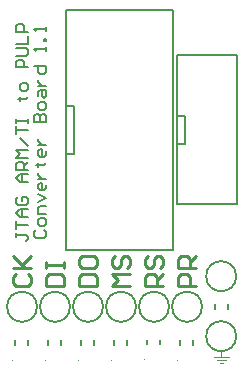
<source format=gto>
G04 Layer_Color=65535*
%FSLAX25Y25*%
%MOIN*%
G70*
G01*
G75*
%ADD11C,0.00787*%
%ADD13C,0.00591*%
%ADD22C,0.00394*%
%ADD23C,0.01000*%
D11*
X188031Y121000D02*
G03*
X188031Y121000I-5000J0D01*
G01*
X177032D02*
G03*
X177032Y121000I-5000J0D01*
G01*
X166032D02*
G03*
X166032Y121000I-5000J0D01*
G01*
X155032D02*
G03*
X155032Y121000I-5000J0D01*
G01*
X144032D02*
G03*
X144032Y121000I-5000J0D01*
G01*
X133031D02*
G03*
X133031Y121000I-5000J0D01*
G01*
X199421Y131181D02*
G03*
X199421Y131181I-5000J0D01*
G01*
Y111181D02*
G03*
X199421Y111181I-5000J0D01*
G01*
X178367Y139999D02*
Y219999D01*
X142541Y139999D02*
X178367D01*
X142541D02*
Y219999D01*
X178367D01*
X142541Y188000D02*
X145453D01*
Y172000D02*
Y188000D01*
X142541Y172000D02*
X145453D01*
X174197Y108472D02*
Y110047D01*
X169866Y108472D02*
Y110047D01*
X185197Y108213D02*
Y109787D01*
X180866Y108213D02*
Y109787D01*
X152197Y108213D02*
Y109787D01*
X147866Y108213D02*
Y109787D01*
X163197Y108213D02*
Y109787D01*
X158866Y108213D02*
Y109787D01*
X130197Y108213D02*
Y109787D01*
X125866Y108213D02*
Y109787D01*
X141197Y108213D02*
Y109787D01*
X136866Y108213D02*
Y109787D01*
X196587Y120394D02*
Y121968D01*
X192256Y120394D02*
Y121968D01*
X179600Y175392D02*
X182341D01*
Y184648D01*
X179593D02*
X182341D01*
X179598Y155118D02*
X199665D01*
X179591Y155120D02*
Y204921D01*
X179587Y204921D02*
X199665D01*
Y155118D02*
Y204921D01*
D13*
X125948Y145680D02*
Y144368D01*
Y145024D01*
X129227D01*
X129883Y144368D01*
Y143712D01*
X129227Y143056D01*
X125948Y146992D02*
Y149616D01*
Y148304D01*
X129883D01*
Y150928D02*
X127260D01*
X125948Y152240D01*
X127260Y153551D01*
X129883D01*
X127916D01*
Y150928D01*
X126604Y157487D02*
X125948Y156831D01*
Y155519D01*
X126604Y154864D01*
X129227D01*
X129883Y155519D01*
Y156831D01*
X129227Y157487D01*
X127916D01*
Y156175D01*
X129883Y162735D02*
X127260D01*
X125948Y164047D01*
X127260Y165359D01*
X129883D01*
X127916D01*
Y162735D01*
X129883Y166671D02*
X125948D01*
Y168639D01*
X126604Y169295D01*
X127916D01*
X128571Y168639D01*
Y166671D01*
Y167983D02*
X129883Y169295D01*
Y170606D02*
X125948D01*
X127260Y171918D01*
X125948Y173230D01*
X129883D01*
Y174542D02*
X127260Y177166D01*
X125948Y178478D02*
Y181102D01*
Y179790D01*
X129883D01*
X125948Y182414D02*
Y183726D01*
Y183070D01*
X129883D01*
Y182414D01*
Y183726D01*
X126604Y190285D02*
X127260D01*
Y189629D01*
Y190941D01*
Y190285D01*
X129227D01*
X129883Y190941D01*
Y193565D02*
Y194877D01*
X129227Y195533D01*
X127916D01*
X127260Y194877D01*
Y193565D01*
X127916Y192909D01*
X129227D01*
X129883Y193565D01*
Y200780D02*
X125948D01*
Y202748D01*
X126604Y203404D01*
X127916D01*
X128571Y202748D01*
Y200780D01*
X125948Y204716D02*
X129227D01*
X129883Y205372D01*
Y206684D01*
X129227Y207340D01*
X125948D01*
Y208652D02*
X129883D01*
Y211276D01*
Y212588D02*
X125948D01*
Y214556D01*
X126604Y215212D01*
X127916D01*
X128571Y214556D01*
Y212588D01*
X132744Y146664D02*
X132088Y146008D01*
Y144696D01*
X132744Y144040D01*
X135368D01*
X136024Y144696D01*
Y146008D01*
X135368Y146664D01*
X136024Y148632D02*
Y149944D01*
X135368Y150600D01*
X134056D01*
X133400Y149944D01*
Y148632D01*
X134056Y147976D01*
X135368D01*
X136024Y148632D01*
Y151912D02*
X133400D01*
Y153879D01*
X134056Y154535D01*
X136024D01*
X133400Y155847D02*
X136024Y157159D01*
X133400Y158471D01*
X136024Y161751D02*
Y160439D01*
X135368Y159783D01*
X134056D01*
X133400Y160439D01*
Y161751D01*
X134056Y162407D01*
X134712D01*
Y159783D01*
X133400Y163719D02*
X136024D01*
X134712D01*
X134056Y164375D01*
X133400Y165031D01*
Y165687D01*
X132744Y168311D02*
X133400D01*
Y167655D01*
Y168966D01*
Y168311D01*
X135368D01*
X136024Y168966D01*
Y172902D02*
Y171590D01*
X135368Y170934D01*
X134056D01*
X133400Y171590D01*
Y172902D01*
X134056Y173558D01*
X134712D01*
Y170934D01*
X133400Y174870D02*
X136024D01*
X134712D01*
X134056Y175526D01*
X133400Y176182D01*
Y176838D01*
X132088Y182742D02*
X136024D01*
Y184710D01*
X135368Y185365D01*
X134712D01*
X134056Y184710D01*
Y182742D01*
Y184710D01*
X133400Y185365D01*
X132744D01*
X132088Y184710D01*
Y182742D01*
X136024Y187333D02*
Y188645D01*
X135368Y189301D01*
X134056D01*
X133400Y188645D01*
Y187333D01*
X134056Y186677D01*
X135368D01*
X136024Y187333D01*
X133400Y191269D02*
Y192581D01*
X134056Y193237D01*
X136024D01*
Y191269D01*
X135368Y190613D01*
X134712Y191269D01*
Y193237D01*
X133400Y194549D02*
X136024D01*
X134712D01*
X134056Y195205D01*
X133400Y195861D01*
Y196517D01*
X132088Y201108D02*
X136024D01*
Y199141D01*
X135368Y198485D01*
X134056D01*
X133400Y199141D01*
Y201108D01*
X136024Y206356D02*
Y207668D01*
Y207012D01*
X132088D01*
X132744Y206356D01*
X136024Y209636D02*
X135368D01*
Y210292D01*
X136024D01*
Y209636D01*
Y212916D02*
Y214228D01*
Y213572D01*
X132088D01*
X132744Y212916D01*
D22*
X168834Y103307D02*
G03*
X168834Y103307I-197J0D01*
G01*
X179834Y103047D02*
G03*
X179834Y103047I-197J0D01*
G01*
X146834D02*
G03*
X146834Y103047I-197J0D01*
G01*
X157834D02*
G03*
X157834Y103047I-197J0D01*
G01*
X124834D02*
G03*
X124834Y103047I-197J0D01*
G01*
X135834D02*
G03*
X135834Y103047I-197J0D01*
G01*
X191224Y115228D02*
G03*
X191224Y115228I-197J0D01*
G01*
X194429Y104405D02*
Y105905D01*
X191929Y104405D02*
X196929D01*
X192929Y103405D02*
X195929D01*
X193929Y102406D02*
X194929D01*
D23*
X186031Y128000D02*
X180033D01*
Y130999D01*
X181033Y131999D01*
X183033D01*
X184032Y130999D01*
Y128000D01*
X186031Y133998D02*
X180033D01*
Y136997D01*
X181033Y137997D01*
X183033D01*
X184032Y136997D01*
Y133998D01*
Y135997D02*
X186031Y137997D01*
X175031Y128000D02*
X169033D01*
Y130999D01*
X170033Y131999D01*
X172032D01*
X173032Y130999D01*
Y128000D01*
Y129999D02*
X175031Y131999D01*
X170033Y137997D02*
X169033Y136997D01*
Y134998D01*
X170033Y133998D01*
X171033D01*
X172032Y134998D01*
Y136997D01*
X173032Y137997D01*
X174032D01*
X175031Y136997D01*
Y134998D01*
X174032Y133998D01*
X164032Y128000D02*
X158033D01*
X160033Y129999D01*
X158033Y131999D01*
X164032D01*
X159033Y137997D02*
X158033Y136997D01*
Y134998D01*
X159033Y133998D01*
X160033D01*
X161032Y134998D01*
Y136997D01*
X162032Y137997D01*
X163032D01*
X164032Y136997D01*
Y134998D01*
X163032Y133998D01*
X147033Y128000D02*
X153032D01*
Y130999D01*
X152032Y131999D01*
X148033D01*
X147033Y130999D01*
Y128000D01*
Y136997D02*
Y134998D01*
X148033Y133998D01*
X152032D01*
X153032Y134998D01*
Y136997D01*
X152032Y137997D01*
X148033D01*
X147033Y136997D01*
X136033Y128000D02*
X142032D01*
Y130999D01*
X141032Y131999D01*
X137033D01*
X136033Y130999D01*
Y128000D01*
Y133998D02*
Y135997D01*
Y134998D01*
X142032D01*
Y133998D01*
Y135997D01*
X126033Y131999D02*
X125033Y130999D01*
Y129000D01*
X126033Y128000D01*
X130032D01*
X131032Y129000D01*
Y130999D01*
X130032Y131999D01*
X125033Y133998D02*
X131032D01*
X129032D01*
X125033Y137997D01*
X128033Y134998D01*
X131032Y137997D01*
M02*

</source>
